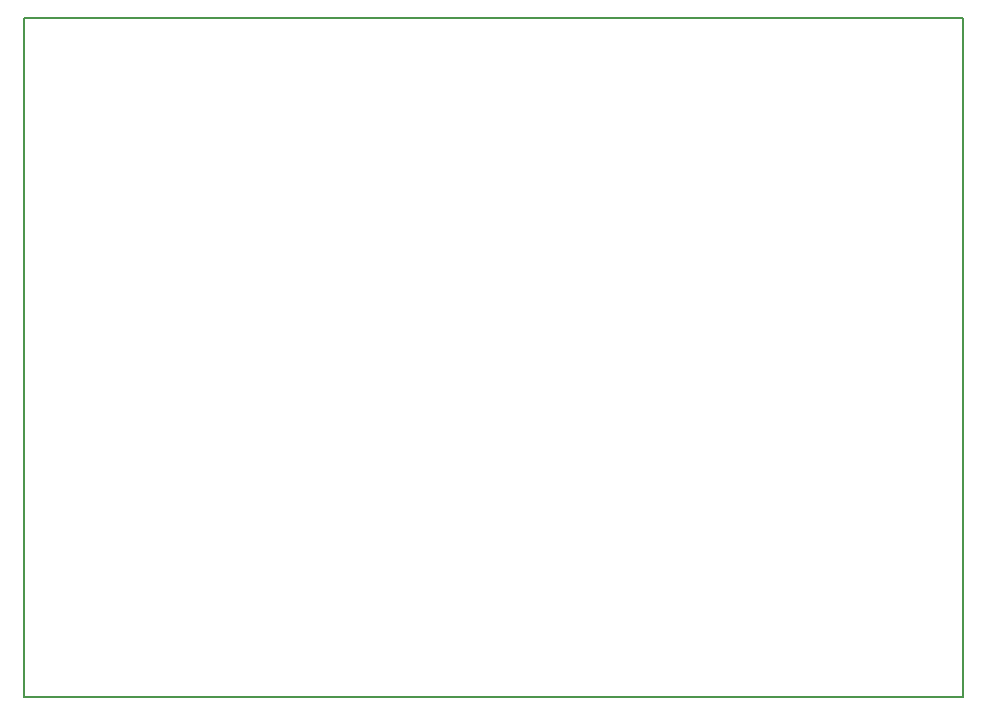
<source format=gbr>
G04 #@! TF.GenerationSoftware,KiCad,Pcbnew,(5.0.1)-3*
G04 #@! TF.CreationDate,2018-11-12T18:53:03-05:00*
G04 #@! TF.ProjectId,ESP32 Windlass,45535033322057696E646C6173732E6B,rev?*
G04 #@! TF.SameCoordinates,Original*
G04 #@! TF.FileFunction,Profile,NP*
%FSLAX46Y46*%
G04 Gerber Fmt 4.6, Leading zero omitted, Abs format (unit mm)*
G04 Created by KiCad (PCBNEW (5.0.1)-3) date 11/12/2018 6:53:03 PM*
%MOMM*%
%LPD*%
G01*
G04 APERTURE LIST*
%ADD10C,0.150000*%
G04 APERTURE END LIST*
D10*
X120500000Y-107500000D02*
X120500000Y-50000000D01*
X200000000Y-107500000D02*
X120500000Y-107500000D01*
X200000000Y-50000000D02*
X200000000Y-107500000D01*
X200000000Y-50000000D02*
X120500000Y-50000000D01*
M02*

</source>
